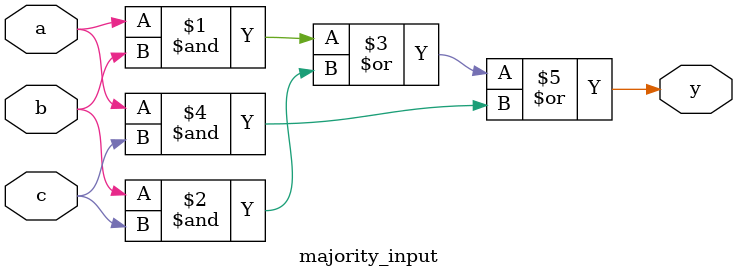
<source format=v>

module majority_input(
    input a, b, c,    // input 
    output y      // output
    );
    
    assign y = (a & b) | (b & c) | (a & c);
    
endmodule : majority_input

</source>
